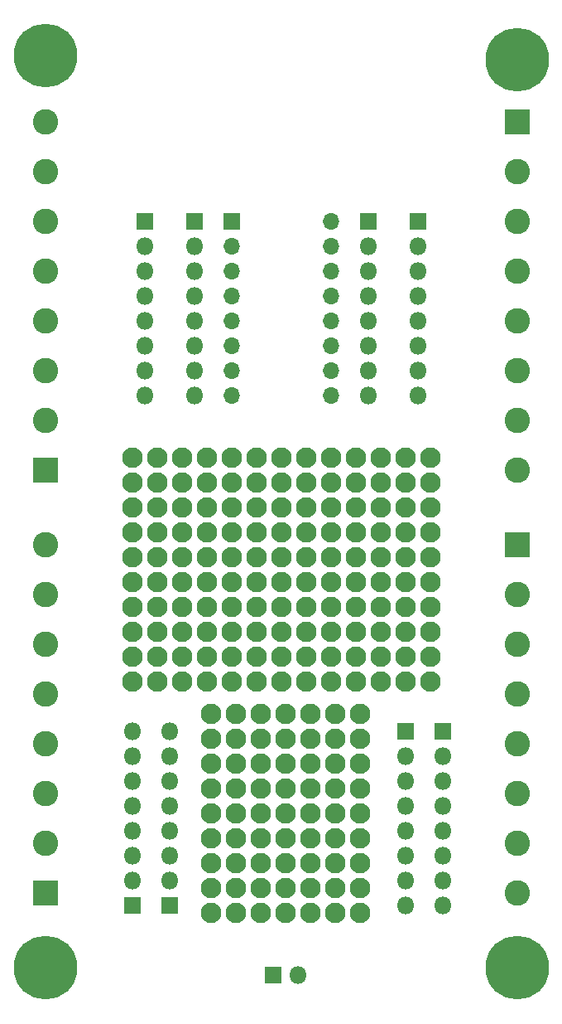
<source format=gbr>
%TF.GenerationSoftware,KiCad,Pcbnew,(5.1.6)-1*%
%TF.CreationDate,2021-07-16T15:07:45-04:00*%
%TF.ProjectId,ProbeMaster,50726f62-654d-4617-9374-65722e6b6963,rev?*%
%TF.SameCoordinates,Original*%
%TF.FileFunction,Soldermask,Bot*%
%TF.FilePolarity,Negative*%
%FSLAX46Y46*%
G04 Gerber Fmt 4.6, Leading zero omitted, Abs format (unit mm)*
G04 Created by KiCad (PCBNEW (5.1.6)-1) date 2021-07-16 15:07:45*
%MOMM*%
%LPD*%
G01*
G04 APERTURE LIST*
%ADD10C,2.100000*%
%ADD11R,2.600000X2.600000*%
%ADD12C,2.600000*%
%ADD13C,6.500000*%
%ADD14C,0.900000*%
%ADD15O,1.800000X1.800000*%
%ADD16R,1.800000X1.800000*%
%ADD17R,1.700000X1.700000*%
%ADD18O,1.700000X1.700000*%
G04 APERTURE END LIST*
D10*
%TO.C,*%
X199840000Y-136620000D03*
%TD*%
%TO.C,*%
X197300000Y-136620000D03*
%TD*%
%TO.C,*%
X194760000Y-136620000D03*
%TD*%
%TO.C,*%
X192220000Y-136620000D03*
%TD*%
%TO.C,*%
X189680000Y-136620000D03*
%TD*%
%TO.C,*%
X187140000Y-136620000D03*
%TD*%
%TO.C,*%
X184600000Y-136620000D03*
%TD*%
%TO.C,*%
X199840000Y-134080000D03*
%TD*%
%TO.C,*%
X197300000Y-134080000D03*
%TD*%
%TO.C,*%
X194760000Y-134080000D03*
%TD*%
%TO.C,*%
X192220000Y-134080000D03*
%TD*%
%TO.C,*%
X189680000Y-134080000D03*
%TD*%
%TO.C,*%
X187140000Y-134080000D03*
%TD*%
%TO.C,*%
X184600000Y-134080000D03*
%TD*%
%TO.C,*%
X199840000Y-131540000D03*
%TD*%
%TO.C,*%
X197300000Y-131540000D03*
%TD*%
%TO.C,*%
X194760000Y-131540000D03*
%TD*%
%TO.C,*%
X192220000Y-131540000D03*
%TD*%
%TO.C,*%
X189680000Y-131540000D03*
%TD*%
%TO.C,*%
X187140000Y-131540000D03*
%TD*%
%TO.C,*%
X184600000Y-131540000D03*
%TD*%
%TO.C,*%
X199840000Y-129000000D03*
%TD*%
%TO.C,*%
X197300000Y-129000000D03*
%TD*%
%TO.C,*%
X194760000Y-129000000D03*
%TD*%
%TO.C,*%
X192220000Y-129000000D03*
%TD*%
%TO.C,*%
X189680000Y-129000000D03*
%TD*%
%TO.C,*%
X187140000Y-129000000D03*
%TD*%
%TO.C,*%
X184600000Y-129000000D03*
%TD*%
%TO.C,*%
X199840000Y-126460000D03*
%TD*%
%TO.C,*%
X197300000Y-126460000D03*
%TD*%
%TO.C,*%
X194760000Y-126460000D03*
%TD*%
%TO.C,*%
X192220000Y-126460000D03*
%TD*%
%TO.C,*%
X189680000Y-126460000D03*
%TD*%
%TO.C,*%
X187140000Y-126460000D03*
%TD*%
%TO.C,*%
X184600000Y-126460000D03*
%TD*%
%TO.C,*%
X199840000Y-123920000D03*
%TD*%
%TO.C,*%
X197300000Y-123920000D03*
%TD*%
%TO.C,*%
X194760000Y-123920000D03*
%TD*%
%TO.C,*%
X192220000Y-123920000D03*
%TD*%
%TO.C,*%
X189680000Y-123920000D03*
%TD*%
%TO.C,*%
X187140000Y-123920000D03*
%TD*%
%TO.C,*%
X184600000Y-123920000D03*
%TD*%
%TO.C,*%
X199840000Y-121380000D03*
%TD*%
%TO.C,*%
X197300000Y-121380000D03*
%TD*%
%TO.C,*%
X194760000Y-121380000D03*
%TD*%
%TO.C,*%
X192220000Y-121380000D03*
%TD*%
%TO.C,*%
X189680000Y-121380000D03*
%TD*%
%TO.C,*%
X187140000Y-121380000D03*
%TD*%
%TO.C,*%
X184600000Y-121380000D03*
%TD*%
%TO.C,*%
X199840000Y-118840000D03*
%TD*%
%TO.C,*%
X197300000Y-118840000D03*
%TD*%
%TO.C,*%
X194760000Y-118840000D03*
%TD*%
%TO.C,*%
X192220000Y-118840000D03*
%TD*%
%TO.C,*%
X189680000Y-118840000D03*
%TD*%
%TO.C,*%
X187140000Y-118840000D03*
%TD*%
%TO.C,*%
X184600000Y-118840000D03*
%TD*%
%TO.C,*%
X199840000Y-116300000D03*
%TD*%
%TO.C,*%
X197300000Y-116300000D03*
%TD*%
%TO.C,*%
X194760000Y-116300000D03*
%TD*%
%TO.C,*%
X192220000Y-116300000D03*
%TD*%
%TO.C,*%
X189680000Y-116300000D03*
%TD*%
%TO.C,*%
X187140000Y-116300000D03*
%TD*%
%TO.C,*%
X184600000Y-116300000D03*
%TD*%
D11*
%TO.C,J5*%
X215900000Y-55880000D03*
D12*
X215900000Y-60960000D03*
X215900000Y-66040000D03*
X215900000Y-71120000D03*
X215900000Y-76200000D03*
X215900000Y-81280000D03*
X215900000Y-86360000D03*
X215900000Y-91440000D03*
%TD*%
D13*
%TO.C,REF\u002A\u002A*%
X167640000Y-142240000D03*
D14*
X170040000Y-142240000D03*
X169337056Y-143937056D03*
X167640000Y-144640000D03*
X165942944Y-143937056D03*
X165240000Y-142240000D03*
X165942944Y-140542944D03*
X167640000Y-139840000D03*
X169337056Y-140542944D03*
%TD*%
%TO.C,REF\u002A\u002A*%
X217597056Y-140542944D03*
X215900000Y-139840000D03*
X214202944Y-140542944D03*
X213500000Y-142240000D03*
X214202944Y-143937056D03*
X215900000Y-144640000D03*
X217597056Y-143937056D03*
X218300000Y-142240000D03*
D13*
X215900000Y-142240000D03*
%TD*%
%TO.C,REF\u002A\u002A*%
X215900000Y-49530000D03*
D14*
X218300000Y-49530000D03*
X217597056Y-51227056D03*
X215900000Y-51930000D03*
X214202944Y-51227056D03*
X213500000Y-49530000D03*
X214202944Y-47832944D03*
X215900000Y-47130000D03*
X217597056Y-47832944D03*
%TD*%
%TO.C,REF\u002A\u002A*%
X169337056Y-47405888D03*
X167640000Y-46702944D03*
X165942944Y-47405888D03*
X165240000Y-49102944D03*
X165942944Y-50800000D03*
X167640000Y-51502944D03*
X169337056Y-50800000D03*
X170040000Y-49102944D03*
D13*
X167640000Y-49102944D03*
%TD*%
D10*
%TO.C,*%
X207010000Y-113030000D03*
%TD*%
%TO.C,*%
X204470000Y-113030000D03*
%TD*%
%TO.C,*%
X201930000Y-113030000D03*
%TD*%
%TO.C,*%
X199390000Y-113030000D03*
%TD*%
%TO.C,*%
X196850000Y-113030000D03*
%TD*%
%TO.C,*%
X194310000Y-113030000D03*
%TD*%
%TO.C,*%
X191770000Y-113030000D03*
%TD*%
%TO.C,*%
X189230000Y-113030000D03*
%TD*%
%TO.C,*%
X186690000Y-113030000D03*
%TD*%
%TO.C,*%
X184150000Y-113030000D03*
%TD*%
%TO.C,*%
X181610000Y-113030000D03*
%TD*%
%TO.C,*%
X179070000Y-113030000D03*
%TD*%
%TO.C,*%
X176530000Y-113030000D03*
%TD*%
%TO.C,*%
X207010000Y-110490000D03*
%TD*%
%TO.C,*%
X204470000Y-110490000D03*
%TD*%
%TO.C,*%
X201930000Y-110490000D03*
%TD*%
%TO.C,*%
X199390000Y-110490000D03*
%TD*%
%TO.C,*%
X196850000Y-110490000D03*
%TD*%
%TO.C,*%
X194310000Y-110490000D03*
%TD*%
%TO.C,*%
X191770000Y-110490000D03*
%TD*%
%TO.C,*%
X189230000Y-110490000D03*
%TD*%
%TO.C,*%
X186690000Y-110490000D03*
%TD*%
%TO.C,*%
X184150000Y-110490000D03*
%TD*%
%TO.C,*%
X181610000Y-110490000D03*
%TD*%
%TO.C,*%
X179070000Y-110490000D03*
%TD*%
%TO.C,*%
X176530000Y-110490000D03*
%TD*%
%TO.C,*%
X207010000Y-107950000D03*
%TD*%
%TO.C,*%
X204470000Y-107950000D03*
%TD*%
%TO.C,*%
X201930000Y-107950000D03*
%TD*%
%TO.C,*%
X199390000Y-107950000D03*
%TD*%
%TO.C,*%
X196850000Y-107950000D03*
%TD*%
%TO.C,*%
X194310000Y-107950000D03*
%TD*%
%TO.C,*%
X191770000Y-107950000D03*
%TD*%
%TO.C,*%
X189230000Y-107950000D03*
%TD*%
%TO.C,*%
X186690000Y-107950000D03*
%TD*%
%TO.C,*%
X184150000Y-107950000D03*
%TD*%
%TO.C,*%
X181610000Y-107950000D03*
%TD*%
%TO.C,*%
X179070000Y-107950000D03*
%TD*%
%TO.C,*%
X176530000Y-107950000D03*
%TD*%
%TO.C,*%
X207010000Y-105410000D03*
%TD*%
%TO.C,*%
X204470000Y-105410000D03*
%TD*%
%TO.C,*%
X201930000Y-105410000D03*
%TD*%
%TO.C,*%
X199390000Y-105410000D03*
%TD*%
%TO.C,*%
X196850000Y-105410000D03*
%TD*%
%TO.C,*%
X194310000Y-105410000D03*
%TD*%
%TO.C,*%
X191770000Y-105410000D03*
%TD*%
%TO.C,*%
X189230000Y-105410000D03*
%TD*%
%TO.C,*%
X186690000Y-105410000D03*
%TD*%
%TO.C,*%
X184150000Y-105410000D03*
%TD*%
%TO.C,*%
X181610000Y-105410000D03*
%TD*%
%TO.C,*%
X179070000Y-105410000D03*
%TD*%
%TO.C,*%
X176530000Y-105410000D03*
%TD*%
%TO.C,*%
X207010000Y-102870000D03*
%TD*%
%TO.C,*%
X204470000Y-102870000D03*
%TD*%
%TO.C,*%
X201930000Y-102870000D03*
%TD*%
%TO.C,*%
X199390000Y-102870000D03*
%TD*%
%TO.C,*%
X196850000Y-102870000D03*
%TD*%
%TO.C,*%
X194310000Y-102870000D03*
%TD*%
%TO.C,*%
X191770000Y-102870000D03*
%TD*%
%TO.C,*%
X189230000Y-102870000D03*
%TD*%
%TO.C,*%
X186690000Y-102870000D03*
%TD*%
%TO.C,*%
X184150000Y-102870000D03*
%TD*%
%TO.C,*%
X181610000Y-102870000D03*
%TD*%
%TO.C,*%
X179070000Y-102870000D03*
%TD*%
%TO.C,*%
X176530000Y-102870000D03*
%TD*%
%TO.C,*%
X207010000Y-100330000D03*
%TD*%
%TO.C,*%
X204470000Y-100330000D03*
%TD*%
%TO.C,*%
X201930000Y-100330000D03*
%TD*%
%TO.C,*%
X199390000Y-100330000D03*
%TD*%
%TO.C,*%
X196850000Y-100330000D03*
%TD*%
%TO.C,*%
X194310000Y-100330000D03*
%TD*%
%TO.C,*%
X191770000Y-100330000D03*
%TD*%
%TO.C,*%
X189230000Y-100330000D03*
%TD*%
%TO.C,*%
X186690000Y-100330000D03*
%TD*%
%TO.C,*%
X184150000Y-100330000D03*
%TD*%
%TO.C,*%
X181610000Y-100330000D03*
%TD*%
%TO.C,*%
X179070000Y-100330000D03*
%TD*%
%TO.C,*%
X176530000Y-100330000D03*
%TD*%
%TO.C,*%
X207010000Y-97790000D03*
%TD*%
%TO.C,*%
X204470000Y-97790000D03*
%TD*%
%TO.C,*%
X201930000Y-97790000D03*
%TD*%
%TO.C,*%
X199390000Y-97790000D03*
%TD*%
%TO.C,*%
X196850000Y-97790000D03*
%TD*%
%TO.C,*%
X194310000Y-97790000D03*
%TD*%
%TO.C,*%
X191770000Y-97790000D03*
%TD*%
%TO.C,*%
X189230000Y-97790000D03*
%TD*%
%TO.C,*%
X186690000Y-97790000D03*
%TD*%
%TO.C,*%
X184150000Y-97790000D03*
%TD*%
%TO.C,*%
X181610000Y-97790000D03*
%TD*%
%TO.C,*%
X179070000Y-97790000D03*
%TD*%
%TO.C,*%
X176530000Y-97790000D03*
%TD*%
%TO.C,*%
X207010000Y-95250000D03*
%TD*%
%TO.C,*%
X204470000Y-95250000D03*
%TD*%
%TO.C,*%
X201930000Y-95250000D03*
%TD*%
%TO.C,*%
X199390000Y-95250000D03*
%TD*%
%TO.C,*%
X196850000Y-95250000D03*
%TD*%
%TO.C,*%
X194310000Y-95250000D03*
%TD*%
%TO.C,*%
X191770000Y-95250000D03*
%TD*%
%TO.C,*%
X189230000Y-95250000D03*
%TD*%
%TO.C,*%
X186690000Y-95250000D03*
%TD*%
%TO.C,*%
X184150000Y-95250000D03*
%TD*%
%TO.C,*%
X181610000Y-95250000D03*
%TD*%
%TO.C,*%
X179070000Y-95250000D03*
%TD*%
%TO.C,*%
X176530000Y-95250000D03*
%TD*%
%TO.C,*%
X207010000Y-92710000D03*
%TD*%
%TO.C,*%
X204470000Y-92710000D03*
%TD*%
%TO.C,*%
X201930000Y-92710000D03*
%TD*%
%TO.C,*%
X199390000Y-92710000D03*
%TD*%
%TO.C,*%
X196850000Y-92710000D03*
%TD*%
%TO.C,*%
X194310000Y-92710000D03*
%TD*%
%TO.C,*%
X191770000Y-92710000D03*
%TD*%
%TO.C,*%
X189230000Y-92710000D03*
%TD*%
%TO.C,*%
X186690000Y-92710000D03*
%TD*%
%TO.C,*%
X184150000Y-92710000D03*
%TD*%
%TO.C,*%
X181610000Y-92710000D03*
%TD*%
%TO.C,*%
X179070000Y-92710000D03*
%TD*%
%TO.C,*%
X176530000Y-92710000D03*
%TD*%
%TO.C,*%
X207010000Y-90170000D03*
%TD*%
%TO.C,*%
X204470000Y-90170000D03*
%TD*%
%TO.C,*%
X201930000Y-90170000D03*
%TD*%
%TO.C,*%
X199390000Y-90170000D03*
%TD*%
%TO.C,*%
X196850000Y-90170000D03*
%TD*%
%TO.C,*%
X194310000Y-90170000D03*
%TD*%
%TO.C,*%
X191770000Y-90170000D03*
%TD*%
%TO.C,*%
X189230000Y-90170000D03*
%TD*%
%TO.C,*%
X186690000Y-90170000D03*
%TD*%
%TO.C,*%
X184150000Y-90170000D03*
%TD*%
%TO.C,*%
X181610000Y-90170000D03*
%TD*%
%TO.C,*%
X179070000Y-90170000D03*
%TD*%
%TO.C,*%
X176530000Y-90170000D03*
%TD*%
D15*
%TO.C,J1*%
X182880000Y-83820000D03*
X182880000Y-81280000D03*
X182880000Y-78740000D03*
X182880000Y-76200000D03*
X182880000Y-73660000D03*
X182880000Y-71120000D03*
X182880000Y-68580000D03*
D16*
X182880000Y-66040000D03*
%TD*%
%TO.C,J2*%
X177800000Y-66040000D03*
D15*
X177800000Y-68580000D03*
X177800000Y-71120000D03*
X177800000Y-73660000D03*
X177800000Y-76200000D03*
X177800000Y-78740000D03*
X177800000Y-81280000D03*
X177800000Y-83820000D03*
%TD*%
%TO.C,J3*%
X200660000Y-83820000D03*
X200660000Y-81280000D03*
X200660000Y-78740000D03*
X200660000Y-76200000D03*
X200660000Y-73660000D03*
X200660000Y-71120000D03*
X200660000Y-68580000D03*
D16*
X200660000Y-66040000D03*
%TD*%
%TO.C,J4*%
X205740000Y-66040000D03*
D15*
X205740000Y-68580000D03*
X205740000Y-71120000D03*
X205740000Y-73660000D03*
X205740000Y-76200000D03*
X205740000Y-78740000D03*
X205740000Y-81280000D03*
X205740000Y-83820000D03*
%TD*%
D11*
%TO.C,J6*%
X215900000Y-99060000D03*
D12*
X215900000Y-104140000D03*
X215900000Y-109220000D03*
X215900000Y-114300000D03*
X215900000Y-119380000D03*
X215900000Y-124460000D03*
X215900000Y-129540000D03*
X215900000Y-134620000D03*
%TD*%
%TO.C,J7*%
X167640000Y-55880000D03*
X167640000Y-60960000D03*
X167640000Y-66040000D03*
X167640000Y-71120000D03*
X167640000Y-76200000D03*
X167640000Y-81280000D03*
X167640000Y-86360000D03*
D11*
X167640000Y-91440000D03*
%TD*%
D15*
%TO.C,J8*%
X208280000Y-135890000D03*
X208280000Y-133350000D03*
X208280000Y-130810000D03*
X208280000Y-128270000D03*
X208280000Y-125730000D03*
X208280000Y-123190000D03*
X208280000Y-120650000D03*
D16*
X208280000Y-118110000D03*
%TD*%
%TO.C,J9*%
X204470000Y-118110000D03*
D15*
X204470000Y-120650000D03*
X204470000Y-123190000D03*
X204470000Y-125730000D03*
X204470000Y-128270000D03*
X204470000Y-130810000D03*
X204470000Y-133350000D03*
X204470000Y-135890000D03*
%TD*%
D16*
%TO.C,J10*%
X180340000Y-135890000D03*
D15*
X180340000Y-133350000D03*
X180340000Y-130810000D03*
X180340000Y-128270000D03*
X180340000Y-125730000D03*
X180340000Y-123190000D03*
X180340000Y-120650000D03*
X180340000Y-118110000D03*
%TD*%
%TO.C,J11*%
X176530000Y-118110000D03*
X176530000Y-120650000D03*
X176530000Y-123190000D03*
X176530000Y-125730000D03*
X176530000Y-128270000D03*
X176530000Y-130810000D03*
X176530000Y-133350000D03*
D16*
X176530000Y-135890000D03*
%TD*%
D12*
%TO.C,J12*%
X167640000Y-99060000D03*
X167640000Y-104140000D03*
X167640000Y-109220000D03*
X167640000Y-114300000D03*
X167640000Y-119380000D03*
X167640000Y-124460000D03*
X167640000Y-129540000D03*
D11*
X167640000Y-134620000D03*
%TD*%
D17*
%TO.C,SW1*%
X186740800Y-66040000D03*
D18*
X196900800Y-83820000D03*
X186740800Y-68580000D03*
X196900800Y-81280000D03*
X186740800Y-71120000D03*
X196900800Y-78740000D03*
X186740800Y-73660000D03*
X196900800Y-76200000D03*
X186740800Y-76200000D03*
X196900800Y-73660000D03*
X186740800Y-78740000D03*
X196900800Y-71120000D03*
X186740800Y-81280000D03*
X196900800Y-68580000D03*
X186740800Y-83820000D03*
X196900800Y-66040000D03*
%TD*%
D16*
%TO.C,GND*%
X191000000Y-143000000D03*
D15*
X193540000Y-143000000D03*
%TD*%
M02*

</source>
